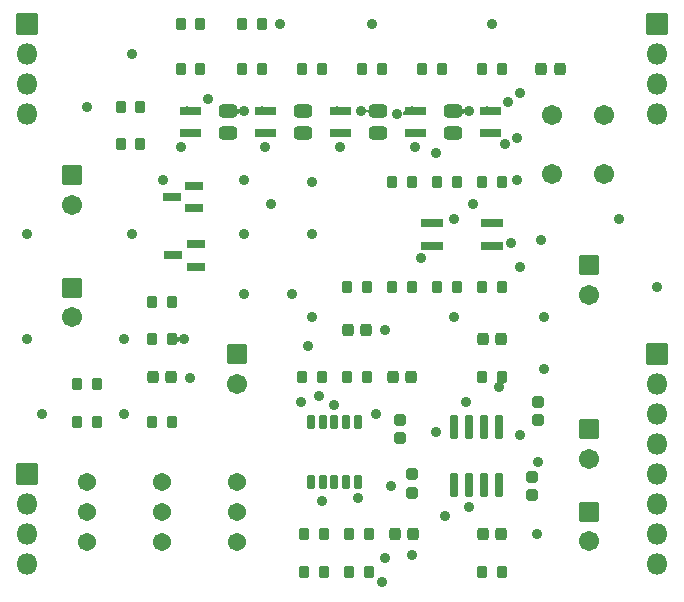
<source format=gbr>
%TF.GenerationSoftware,KiCad,Pcbnew,6.0.7-f9a2dced07~116~ubuntu22.04.1*%
%TF.CreationDate,2022-07-29T17:46:26-04:00*%
%TF.ProjectId,minimoog_LPF,6d696e69-6d6f-46f6-975f-4c50462e6b69,0.1*%
%TF.SameCoordinates,Original*%
%TF.FileFunction,Soldermask,Top*%
%TF.FilePolarity,Negative*%
%FSLAX46Y46*%
G04 Gerber Fmt 4.6, Leading zero omitted, Abs format (unit mm)*
G04 Created by KiCad (PCBNEW 6.0.7-f9a2dced07~116~ubuntu22.04.1) date 2022-07-29 17:46:26*
%MOMM*%
%LPD*%
G01*
G04 APERTURE LIST*
G04 Aperture macros list*
%AMRoundRect*
0 Rectangle with rounded corners*
0 $1 Rounding radius*
0 $2 $3 $4 $5 $6 $7 $8 $9 X,Y pos of 4 corners*
0 Add a 4 corners polygon primitive as box body*
4,1,4,$2,$3,$4,$5,$6,$7,$8,$9,$2,$3,0*
0 Add four circle primitives for the rounded corners*
1,1,$1+$1,$2,$3*
1,1,$1+$1,$4,$5*
1,1,$1+$1,$6,$7*
1,1,$1+$1,$8,$9*
0 Add four rect primitives between the rounded corners*
20,1,$1+$1,$2,$3,$4,$5,0*
20,1,$1+$1,$4,$5,$6,$7,0*
20,1,$1+$1,$6,$7,$8,$9,0*
20,1,$1+$1,$8,$9,$2,$3,0*%
G04 Aperture macros list end*
%ADD10RoundRect,0.051000X-0.800000X0.800000X-0.800000X-0.800000X0.800000X-0.800000X0.800000X0.800000X0*%
%ADD11C,1.702000*%
%ADD12RoundRect,0.276000X-0.250000X0.225000X-0.250000X-0.225000X0.250000X-0.225000X0.250000X0.225000X0*%
%ADD13RoundRect,0.276000X0.225000X0.250000X-0.225000X0.250000X-0.225000X-0.250000X0.225000X-0.250000X0*%
%ADD14RoundRect,0.251000X-0.200000X-0.275000X0.200000X-0.275000X0.200000X0.275000X-0.200000X0.275000X0*%
%ADD15RoundRect,0.051000X-0.200000X0.325000X-0.200000X-0.325000X0.200000X-0.325000X0.200000X0.325000X0*%
%ADD16RoundRect,0.251000X0.200000X0.275000X-0.200000X0.275000X-0.200000X-0.275000X0.200000X-0.275000X0*%
%ADD17RoundRect,0.201000X-0.150000X0.825000X-0.150000X-0.825000X0.150000X-0.825000X0.150000X0.825000X0*%
%ADD18C,1.542000*%
%ADD19RoundRect,0.276000X-0.225000X-0.250000X0.225000X-0.250000X0.225000X0.250000X-0.225000X0.250000X0*%
%ADD20RoundRect,0.301000X-0.475000X0.250000X-0.475000X-0.250000X0.475000X-0.250000X0.475000X0.250000X0*%
%ADD21RoundRect,0.201000X0.587500X0.150000X-0.587500X0.150000X-0.587500X-0.150000X0.587500X-0.150000X0*%
%ADD22RoundRect,0.301000X0.475000X-0.250000X0.475000X0.250000X-0.475000X0.250000X-0.475000X-0.250000X0*%
%ADD23RoundRect,0.051000X-0.255000X0.550000X-0.255000X-0.550000X0.255000X-0.550000X0.255000X0.550000X0*%
%ADD24RoundRect,0.051000X0.850000X0.850000X-0.850000X0.850000X-0.850000X-0.850000X0.850000X-0.850000X0*%
%ADD25O,1.802000X1.802000*%
%ADD26C,0.902000*%
G04 APERTURE END LIST*
D10*
%TO.C,C8*%
X140335000Y-104140000D03*
D11*
X140335000Y-106640000D03*
%TD*%
D12*
%TO.C,C16*%
X165862000Y-108191000D03*
X165862000Y-109741000D03*
%TD*%
D13*
%TO.C,C23*%
X162700000Y-119380000D03*
X161150000Y-119380000D03*
%TD*%
D14*
%TO.C,R2*%
X126810000Y-106680000D03*
X128460000Y-106680000D03*
%TD*%
D15*
%TO.C,Q9*%
X157495000Y-93030000D03*
X156845000Y-93030000D03*
X156195000Y-93030000D03*
X156195000Y-94930000D03*
X156845000Y-94930000D03*
X157495000Y-94930000D03*
%TD*%
D10*
%TO.C,C11*%
X170180000Y-96607621D03*
D11*
X170180000Y-99107621D03*
%TD*%
D16*
%TO.C,R7*%
X142430000Y-80010000D03*
X140780000Y-80010000D03*
%TD*%
D17*
%TO.C,U1*%
X162560000Y-110270000D03*
X161290000Y-110270000D03*
X160020000Y-110270000D03*
X158750000Y-110270000D03*
X158750000Y-115220000D03*
X160020000Y-115220000D03*
X161290000Y-115220000D03*
X162560000Y-115220000D03*
%TD*%
D15*
%TO.C,Q5*%
X149748000Y-83505000D03*
X149098000Y-83505000D03*
X148448000Y-83505000D03*
X148448000Y-85405000D03*
X149098000Y-85405000D03*
X149748000Y-85405000D03*
%TD*%
D10*
%TO.C,C7*%
X126365000Y-98512621D03*
D11*
X126365000Y-101012621D03*
%TD*%
D12*
%TO.C,C17*%
X165354000Y-114541000D03*
X165354000Y-116091000D03*
%TD*%
D16*
%TO.C,R16*%
X158940000Y-89535000D03*
X157290000Y-89535000D03*
%TD*%
D18*
%TO.C,RV1*%
X127635000Y-120015000D03*
X127635000Y-117475000D03*
X127635000Y-114935000D03*
%TD*%
D14*
%TO.C,R4*%
X133160000Y-102870000D03*
X134810000Y-102870000D03*
%TD*%
D12*
%TO.C,C18*%
X154178000Y-109715000D03*
X154178000Y-111265000D03*
%TD*%
D16*
%TO.C,R22*%
X158940000Y-98425000D03*
X157290000Y-98425000D03*
%TD*%
D11*
%TO.C,C9*%
X171450000Y-83860000D03*
X171450000Y-88860000D03*
%TD*%
D10*
%TO.C,C2*%
X126365000Y-88987621D03*
D11*
X126365000Y-91487621D03*
%TD*%
D19*
%TO.C,C22*%
X153530000Y-106045000D03*
X155080000Y-106045000D03*
%TD*%
D16*
%TO.C,R18*%
X162750000Y-98425000D03*
X161100000Y-98425000D03*
%TD*%
D15*
%TO.C,Q4*%
X143398000Y-83505000D03*
X142748000Y-83505000D03*
X142098000Y-83505000D03*
X142098000Y-85405000D03*
X142748000Y-85405000D03*
X143398000Y-85405000D03*
%TD*%
D16*
%TO.C,R20*%
X162750000Y-89535000D03*
X161100000Y-89535000D03*
%TD*%
D20*
%TO.C,C6*%
X158623000Y-83505000D03*
X158623000Y-85405000D03*
%TD*%
D14*
%TO.C,R30*%
X161100000Y-122555000D03*
X162750000Y-122555000D03*
%TD*%
%TO.C,R6*%
X135573000Y-80010000D03*
X137223000Y-80010000D03*
%TD*%
D21*
%TO.C,Q1*%
X136827500Y-96708000D03*
X136827500Y-94808000D03*
X134952500Y-95758000D03*
%TD*%
D16*
%TO.C,R28*%
X147510000Y-106045000D03*
X145860000Y-106045000D03*
%TD*%
D12*
%TO.C,C15*%
X155194000Y-114300000D03*
X155194000Y-115850000D03*
%TD*%
D10*
%TO.C,C13*%
X170180000Y-117475000D03*
D11*
X170180000Y-119975000D03*
%TD*%
D10*
%TO.C,C14*%
X170180000Y-110490000D03*
D11*
X170180000Y-112990000D03*
%TD*%
D16*
%TO.C,R1*%
X128460000Y-109855000D03*
X126810000Y-109855000D03*
%TD*%
D15*
%TO.C,Q7*%
X162448000Y-83505000D03*
X161798000Y-83505000D03*
X161148000Y-83505000D03*
X161148000Y-85405000D03*
X161798000Y-85405000D03*
X162448000Y-85405000D03*
%TD*%
D14*
%TO.C,R19*%
X149670000Y-98425000D03*
X151320000Y-98425000D03*
%TD*%
%TO.C,R15*%
X140780000Y-76200000D03*
X142430000Y-76200000D03*
%TD*%
D18*
%TO.C,RV2*%
X133985000Y-120015000D03*
X133985000Y-117475000D03*
X133985000Y-114935000D03*
%TD*%
D22*
%TO.C,C5*%
X152273000Y-85405000D03*
X152273000Y-83505000D03*
%TD*%
D21*
%TO.C,Q2*%
X136700500Y-91755000D03*
X136700500Y-89855000D03*
X134825500Y-90805000D03*
%TD*%
D16*
%TO.C,R26*%
X147695000Y-122555000D03*
X146045000Y-122555000D03*
%TD*%
D14*
%TO.C,R25*%
X149855000Y-119380000D03*
X151505000Y-119380000D03*
%TD*%
D16*
%TO.C,R27*%
X147695000Y-119380000D03*
X146045000Y-119380000D03*
%TD*%
%TO.C,R23*%
X162750000Y-106045000D03*
X161100000Y-106045000D03*
%TD*%
D18*
%TO.C,RV3*%
X140335000Y-120015000D03*
X140335000Y-117475000D03*
X140335000Y-114935000D03*
%TD*%
D14*
%TO.C,R14*%
X130493000Y-83185000D03*
X132143000Y-83185000D03*
%TD*%
D16*
%TO.C,R21*%
X155130000Y-98425000D03*
X153480000Y-98425000D03*
%TD*%
D15*
%TO.C,Q3*%
X137048000Y-83505000D03*
X136398000Y-83505000D03*
X135748000Y-83505000D03*
X135748000Y-85405000D03*
X136398000Y-85405000D03*
X137048000Y-85405000D03*
%TD*%
D16*
%TO.C,R9*%
X152590000Y-80010000D03*
X150940000Y-80010000D03*
%TD*%
%TO.C,R17*%
X155130000Y-89535000D03*
X153480000Y-89535000D03*
%TD*%
D23*
%TO.C,U2*%
X150590000Y-109845000D03*
X149590000Y-109845000D03*
X148590000Y-109845000D03*
X147590000Y-109845000D03*
X146590000Y-109845000D03*
X146590000Y-114945000D03*
X147590000Y-114945000D03*
X148590000Y-114945000D03*
X149590000Y-114945000D03*
X150590000Y-114945000D03*
%TD*%
D13*
%TO.C,C1*%
X134760000Y-106045000D03*
X133210000Y-106045000D03*
%TD*%
D11*
%TO.C,C10*%
X167005000Y-83860000D03*
X167005000Y-88860000D03*
%TD*%
D16*
%TO.C,R11*%
X162750000Y-80010000D03*
X161100000Y-80010000D03*
%TD*%
D14*
%TO.C,R3*%
X133160000Y-99695000D03*
X134810000Y-99695000D03*
%TD*%
%TO.C,R5*%
X135573000Y-76200000D03*
X137223000Y-76200000D03*
%TD*%
%TO.C,R12*%
X133160000Y-109855000D03*
X134810000Y-109855000D03*
%TD*%
D16*
%TO.C,R13*%
X132143000Y-86360000D03*
X130493000Y-86360000D03*
%TD*%
D14*
%TO.C,R29*%
X149670000Y-106045000D03*
X151320000Y-106045000D03*
%TD*%
D19*
%TO.C,C21*%
X153715000Y-119380000D03*
X155265000Y-119380000D03*
%TD*%
D15*
%TO.C,Q8*%
X162575000Y-93030000D03*
X161925000Y-93030000D03*
X161275000Y-93030000D03*
X161275000Y-94930000D03*
X161925000Y-94930000D03*
X162575000Y-94930000D03*
%TD*%
D13*
%TO.C,C12*%
X162700000Y-102870000D03*
X161150000Y-102870000D03*
%TD*%
D16*
%TO.C,R24*%
X151505000Y-122555000D03*
X149855000Y-122555000D03*
%TD*%
D13*
%TO.C,C20*%
X151270000Y-102108000D03*
X149720000Y-102108000D03*
%TD*%
D22*
%TO.C,C3*%
X139573000Y-85405000D03*
X139573000Y-83505000D03*
%TD*%
D15*
%TO.C,Q6*%
X156098000Y-83505000D03*
X155448000Y-83505000D03*
X154798000Y-83505000D03*
X154798000Y-85405000D03*
X155448000Y-85405000D03*
X156098000Y-85405000D03*
%TD*%
D19*
%TO.C,C19*%
X166103000Y-80010000D03*
X167653000Y-80010000D03*
%TD*%
D20*
%TO.C,C4*%
X145923000Y-83505000D03*
X145923000Y-85405000D03*
%TD*%
D16*
%TO.C,R8*%
X147510000Y-80010000D03*
X145860000Y-80010000D03*
%TD*%
%TO.C,R10*%
X157670000Y-80010000D03*
X156020000Y-80010000D03*
%TD*%
D24*
%TO.C,J1*%
X122555000Y-76200000D03*
D25*
X122555000Y-78740000D03*
X122555000Y-81280000D03*
X122555000Y-83820000D03*
%TD*%
D24*
%TO.C,J2*%
X122555000Y-114300000D03*
D25*
X122555000Y-116840000D03*
X122555000Y-119380000D03*
X122555000Y-121920000D03*
%TD*%
D24*
%TO.C,J3*%
X175895000Y-76200000D03*
D25*
X175895000Y-78740000D03*
X175895000Y-81280000D03*
X175895000Y-83820000D03*
%TD*%
D24*
%TO.C,J4*%
X175895000Y-104140000D03*
D25*
X175895000Y-106680000D03*
X175895000Y-109220000D03*
X175895000Y-111760000D03*
X175895000Y-114300000D03*
X175895000Y-116840000D03*
X175895000Y-119380000D03*
X175895000Y-121920000D03*
%TD*%
D26*
X146685000Y-93980000D03*
X145796000Y-108204000D03*
X165735000Y-119380000D03*
X175895000Y-98425000D03*
X151765000Y-76200000D03*
X172720000Y-92710000D03*
X122555000Y-93980000D03*
X122555000Y-102870000D03*
X131445000Y-93980000D03*
X152146000Y-109220000D03*
X153416000Y-115316000D03*
X146685000Y-100965000D03*
X131445000Y-78740000D03*
X130810000Y-102870000D03*
X134112000Y-89408000D03*
X161925000Y-76200000D03*
X157988000Y-117856000D03*
X155194000Y-121158000D03*
X166370000Y-105410000D03*
X159766000Y-108204000D03*
X140970000Y-93980000D03*
X127635000Y-83185000D03*
X152908000Y-102108000D03*
X140970000Y-89408000D03*
X146685000Y-89535000D03*
X140970000Y-99060000D03*
X166370000Y-100965000D03*
X123825000Y-109220000D03*
X158750000Y-100965000D03*
X157226000Y-87122000D03*
X136398000Y-106172000D03*
X166116000Y-94488000D03*
X130810000Y-109220000D03*
X144018000Y-76200000D03*
X160020000Y-83566000D03*
X152654000Y-123444000D03*
X152908000Y-121412000D03*
X164084000Y-85852000D03*
X164338000Y-96774000D03*
X165862000Y-113284000D03*
X164084000Y-89408000D03*
X164338000Y-82042000D03*
X164338000Y-110998000D03*
X135890000Y-102870000D03*
X146335500Y-103409500D03*
X143256000Y-91440000D03*
X162560000Y-106934000D03*
X145034000Y-99060000D03*
X147320000Y-107696000D03*
X147574000Y-116586000D03*
X163576000Y-94742000D03*
X160289000Y-91425000D03*
X150622000Y-116332000D03*
X148590000Y-108458000D03*
X157226000Y-110744000D03*
X160020000Y-117094000D03*
X140970000Y-83566000D03*
X142748000Y-86614000D03*
X150844000Y-83534000D03*
X149098000Y-86614000D03*
X137922000Y-82550000D03*
X135636000Y-86614000D03*
X155448000Y-86614000D03*
X153924000Y-83756000D03*
X163322000Y-82791500D03*
X163068000Y-86360000D03*
X158750000Y-92710000D03*
X155956000Y-96012000D03*
G36*
X163030033Y-106554061D02*
G01*
X163030423Y-106556023D01*
X163029410Y-106557175D01*
X163016500Y-106563513D01*
X162965226Y-106610520D01*
X162947555Y-106677599D01*
X162956883Y-106721290D01*
X162966870Y-106745401D01*
X162966609Y-106747384D01*
X162964761Y-106748149D01*
X162963201Y-106746994D01*
X162938243Y-106692102D01*
X162855147Y-106595665D01*
X162819683Y-106572678D01*
X162818774Y-106570897D01*
X162819861Y-106569219D01*
X162820771Y-106569000D01*
X162949801Y-106569000D01*
X163028139Y-106553418D01*
X163030033Y-106554061D01*
G37*
G36*
X135262979Y-102603843D02*
G01*
X135264205Y-102612198D01*
X135293285Y-102675385D01*
X135351659Y-102712658D01*
X135420917Y-102712456D01*
X135479182Y-102674769D01*
X135496019Y-102647425D01*
X135496135Y-102647256D01*
X135504079Y-102636904D01*
X135505927Y-102636139D01*
X135507514Y-102637357D01*
X135507476Y-102638972D01*
X135460639Y-102738730D01*
X135441054Y-102864515D01*
X135457560Y-102990739D01*
X135504242Y-103096833D01*
X135504024Y-103098821D01*
X135502193Y-103099626D01*
X135500824Y-103098856D01*
X135489681Y-103084334D01*
X135488637Y-103084471D01*
X135487846Y-103083878D01*
X135456042Y-103044415D01*
X135390326Y-103022545D01*
X135323220Y-103039675D01*
X135275936Y-103090465D01*
X135264209Y-103127785D01*
X135262979Y-103136215D01*
X135261739Y-103137784D01*
X135259760Y-103137496D01*
X135259000Y-103135926D01*
X135259000Y-102604133D01*
X135260000Y-102602401D01*
X135262000Y-102602401D01*
X135262979Y-102603843D01*
G37*
G36*
X156435660Y-94572493D02*
G01*
X156449452Y-94581709D01*
X156450615Y-94579969D01*
X156452409Y-94579084D01*
X156453560Y-94579545D01*
X156470952Y-94594078D01*
X156539670Y-94602704D01*
X156587288Y-94579918D01*
X156589282Y-94580072D01*
X156589814Y-94580611D01*
X156590548Y-94581709D01*
X156604340Y-94572493D01*
X156606336Y-94572362D01*
X156607447Y-94574025D01*
X156607114Y-94575267D01*
X156599767Y-94586262D01*
X156596000Y-94605199D01*
X156596000Y-95254801D01*
X156599767Y-95273738D01*
X156607114Y-95284733D01*
X156607245Y-95286729D01*
X156605582Y-95287840D01*
X156604340Y-95287507D01*
X156590548Y-95278291D01*
X156589385Y-95280031D01*
X156587591Y-95280916D01*
X156586440Y-95280455D01*
X156569048Y-95265922D01*
X156500330Y-95257296D01*
X156452712Y-95280082D01*
X156450718Y-95279928D01*
X156450186Y-95279389D01*
X156449452Y-95278291D01*
X156435660Y-95287507D01*
X156433664Y-95287638D01*
X156432553Y-95285975D01*
X156432886Y-95284733D01*
X156440233Y-95273738D01*
X156444000Y-95254801D01*
X156444000Y-94605199D01*
X156440233Y-94586262D01*
X156432886Y-94575267D01*
X156432755Y-94573271D01*
X156434418Y-94572160D01*
X156435660Y-94572493D01*
G37*
G36*
X162165660Y-94572493D02*
G01*
X162179452Y-94581709D01*
X162180615Y-94579969D01*
X162182409Y-94579084D01*
X162183560Y-94579545D01*
X162200952Y-94594078D01*
X162269670Y-94602704D01*
X162317288Y-94579918D01*
X162319282Y-94580072D01*
X162319814Y-94580611D01*
X162320548Y-94581709D01*
X162334340Y-94572493D01*
X162336336Y-94572362D01*
X162337447Y-94574025D01*
X162337114Y-94575267D01*
X162329767Y-94586262D01*
X162326000Y-94605199D01*
X162326000Y-95254801D01*
X162329767Y-95273738D01*
X162337114Y-95284733D01*
X162337245Y-95286729D01*
X162335582Y-95287840D01*
X162334340Y-95287507D01*
X162320548Y-95278291D01*
X162319385Y-95280031D01*
X162317591Y-95280916D01*
X162316440Y-95280455D01*
X162299048Y-95265922D01*
X162230330Y-95257296D01*
X162182712Y-95280082D01*
X162180718Y-95279928D01*
X162180186Y-95279389D01*
X162179452Y-95278291D01*
X162165660Y-95287507D01*
X162163664Y-95287638D01*
X162162553Y-95285975D01*
X162162886Y-95284733D01*
X162170233Y-95273738D01*
X162174000Y-95254801D01*
X162174000Y-94605199D01*
X162170233Y-94586262D01*
X162162886Y-94575267D01*
X162162755Y-94573271D01*
X162164418Y-94572160D01*
X162165660Y-94572493D01*
G37*
G36*
X161515660Y-94572493D02*
G01*
X161529452Y-94581709D01*
X161530615Y-94579969D01*
X161532409Y-94579084D01*
X161533560Y-94579545D01*
X161550952Y-94594078D01*
X161619670Y-94602704D01*
X161667288Y-94579918D01*
X161669282Y-94580072D01*
X161669814Y-94580611D01*
X161670548Y-94581709D01*
X161684340Y-94572493D01*
X161686336Y-94572362D01*
X161687447Y-94574025D01*
X161687114Y-94575267D01*
X161679767Y-94586262D01*
X161676000Y-94605199D01*
X161676000Y-95254801D01*
X161679767Y-95273738D01*
X161687114Y-95284733D01*
X161687245Y-95286729D01*
X161685582Y-95287840D01*
X161684340Y-95287507D01*
X161670548Y-95278291D01*
X161669385Y-95280031D01*
X161667591Y-95280916D01*
X161666440Y-95280455D01*
X161649048Y-95265922D01*
X161580330Y-95257296D01*
X161532712Y-95280082D01*
X161530718Y-95279928D01*
X161530186Y-95279389D01*
X161529452Y-95278291D01*
X161515660Y-95287507D01*
X161513664Y-95287638D01*
X161512553Y-95285975D01*
X161512886Y-95284733D01*
X161520233Y-95273738D01*
X161524000Y-95254801D01*
X161524000Y-94605199D01*
X161520233Y-94586262D01*
X161512886Y-94575267D01*
X161512755Y-94573271D01*
X161514418Y-94572160D01*
X161515660Y-94572493D01*
G37*
G36*
X157085660Y-94572493D02*
G01*
X157099452Y-94581709D01*
X157100615Y-94579969D01*
X157102409Y-94579084D01*
X157103560Y-94579545D01*
X157120952Y-94594078D01*
X157189670Y-94602704D01*
X157237288Y-94579918D01*
X157239282Y-94580072D01*
X157239814Y-94580611D01*
X157240548Y-94581709D01*
X157254340Y-94572493D01*
X157256336Y-94572362D01*
X157257447Y-94574025D01*
X157257114Y-94575267D01*
X157249767Y-94586262D01*
X157246000Y-94605199D01*
X157246000Y-95254801D01*
X157249767Y-95273738D01*
X157257114Y-95284733D01*
X157257245Y-95286729D01*
X157255582Y-95287840D01*
X157254340Y-95287507D01*
X157240548Y-95278291D01*
X157239385Y-95280031D01*
X157237591Y-95280916D01*
X157236440Y-95280455D01*
X157219048Y-95265922D01*
X157150330Y-95257296D01*
X157102712Y-95280082D01*
X157100718Y-95279928D01*
X157100186Y-95279389D01*
X157099452Y-95278291D01*
X157085660Y-95287507D01*
X157083664Y-95287638D01*
X157082553Y-95285975D01*
X157082886Y-95284733D01*
X157090233Y-95273738D01*
X157094000Y-95254801D01*
X157094000Y-94605199D01*
X157090233Y-94586262D01*
X157082886Y-94575267D01*
X157082755Y-94573271D01*
X157084418Y-94572160D01*
X157085660Y-94572493D01*
G37*
G36*
X156435660Y-92672493D02*
G01*
X156449452Y-92681709D01*
X156450615Y-92679969D01*
X156452409Y-92679084D01*
X156453560Y-92679545D01*
X156470952Y-92694078D01*
X156539670Y-92702704D01*
X156587288Y-92679918D01*
X156589282Y-92680072D01*
X156589814Y-92680611D01*
X156590548Y-92681709D01*
X156604340Y-92672493D01*
X156606336Y-92672362D01*
X156607447Y-92674025D01*
X156607114Y-92675267D01*
X156599767Y-92686262D01*
X156596000Y-92705199D01*
X156596000Y-93354801D01*
X156599767Y-93373738D01*
X156607114Y-93384733D01*
X156607245Y-93386729D01*
X156605582Y-93387840D01*
X156604340Y-93387507D01*
X156590548Y-93378291D01*
X156589385Y-93380031D01*
X156587591Y-93380916D01*
X156586440Y-93380455D01*
X156569048Y-93365922D01*
X156500330Y-93357296D01*
X156452712Y-93380082D01*
X156450718Y-93379928D01*
X156450186Y-93379389D01*
X156449452Y-93378291D01*
X156435660Y-93387507D01*
X156433664Y-93387638D01*
X156432553Y-93385975D01*
X156432886Y-93384733D01*
X156440233Y-93373738D01*
X156444000Y-93354801D01*
X156444000Y-92705199D01*
X156440233Y-92686262D01*
X156432886Y-92675267D01*
X156432755Y-92673271D01*
X156434418Y-92672160D01*
X156435660Y-92672493D01*
G37*
G36*
X161515660Y-92672493D02*
G01*
X161529452Y-92681709D01*
X161530615Y-92679969D01*
X161532409Y-92679084D01*
X161533560Y-92679545D01*
X161550952Y-92694078D01*
X161619670Y-92702704D01*
X161667288Y-92679918D01*
X161669282Y-92680072D01*
X161669814Y-92680611D01*
X161670548Y-92681709D01*
X161684340Y-92672493D01*
X161686336Y-92672362D01*
X161687447Y-92674025D01*
X161687114Y-92675267D01*
X161679767Y-92686262D01*
X161676000Y-92705199D01*
X161676000Y-93354801D01*
X161679767Y-93373738D01*
X161687114Y-93384733D01*
X161687245Y-93386729D01*
X161685582Y-93387840D01*
X161684340Y-93387507D01*
X161670548Y-93378291D01*
X161669385Y-93380031D01*
X161667591Y-93380916D01*
X161666440Y-93380455D01*
X161649048Y-93365922D01*
X161580330Y-93357296D01*
X161532712Y-93380082D01*
X161530718Y-93379928D01*
X161530186Y-93379389D01*
X161529452Y-93378291D01*
X161515660Y-93387507D01*
X161513664Y-93387638D01*
X161512553Y-93385975D01*
X161512886Y-93384733D01*
X161520233Y-93373738D01*
X161524000Y-93354801D01*
X161524000Y-92705199D01*
X161520233Y-92686262D01*
X161512886Y-92675267D01*
X161512755Y-92673271D01*
X161514418Y-92672160D01*
X161515660Y-92672493D01*
G37*
G36*
X157085660Y-92672493D02*
G01*
X157099452Y-92681709D01*
X157100615Y-92679969D01*
X157102409Y-92679084D01*
X157103560Y-92679545D01*
X157120952Y-92694078D01*
X157189670Y-92702704D01*
X157237288Y-92679918D01*
X157239282Y-92680072D01*
X157239814Y-92680611D01*
X157240548Y-92681709D01*
X157254340Y-92672493D01*
X157256336Y-92672362D01*
X157257447Y-92674025D01*
X157257114Y-92675267D01*
X157249767Y-92686262D01*
X157246000Y-92705199D01*
X157246000Y-93354801D01*
X157249767Y-93373738D01*
X157257114Y-93384733D01*
X157257245Y-93386729D01*
X157255582Y-93387840D01*
X157254340Y-93387507D01*
X157240548Y-93378291D01*
X157239385Y-93380031D01*
X157237591Y-93380916D01*
X157236440Y-93380455D01*
X157219048Y-93365922D01*
X157150330Y-93357296D01*
X157102712Y-93380082D01*
X157100718Y-93379928D01*
X157100186Y-93379389D01*
X157099452Y-93378291D01*
X157085660Y-93387507D01*
X157083664Y-93387638D01*
X157082553Y-93385975D01*
X157082886Y-93384733D01*
X157090233Y-93373738D01*
X157094000Y-93354801D01*
X157094000Y-92705199D01*
X157090233Y-92686262D01*
X157082886Y-92675267D01*
X157082755Y-92673271D01*
X157084418Y-92672160D01*
X157085660Y-92672493D01*
G37*
G36*
X162165660Y-92672493D02*
G01*
X162179452Y-92681709D01*
X162180615Y-92679969D01*
X162182409Y-92679084D01*
X162183560Y-92679545D01*
X162200952Y-92694078D01*
X162269670Y-92702704D01*
X162317288Y-92679918D01*
X162319282Y-92680072D01*
X162319814Y-92680611D01*
X162320548Y-92681709D01*
X162334340Y-92672493D01*
X162336336Y-92672362D01*
X162337447Y-92674025D01*
X162337114Y-92675267D01*
X162329767Y-92686262D01*
X162326000Y-92705199D01*
X162326000Y-93354801D01*
X162329767Y-93373738D01*
X162337114Y-93384733D01*
X162337245Y-93386729D01*
X162335582Y-93387840D01*
X162334340Y-93387507D01*
X162320548Y-93378291D01*
X162319385Y-93380031D01*
X162317591Y-93380916D01*
X162316440Y-93380455D01*
X162299048Y-93365922D01*
X162230330Y-93357296D01*
X162182712Y-93380082D01*
X162180718Y-93379928D01*
X162180186Y-93379389D01*
X162179452Y-93378291D01*
X162165660Y-93387507D01*
X162163664Y-93387638D01*
X162162553Y-93385975D01*
X162162886Y-93384733D01*
X162170233Y-93373738D01*
X162174000Y-93354801D01*
X162174000Y-92705199D01*
X162170233Y-92686262D01*
X162162886Y-92675267D01*
X162162755Y-92673271D01*
X162164418Y-92672160D01*
X162165660Y-92672493D01*
G37*
G36*
X155688660Y-85047493D02*
G01*
X155702452Y-85056709D01*
X155703615Y-85054969D01*
X155705409Y-85054084D01*
X155706560Y-85054545D01*
X155723952Y-85069078D01*
X155792670Y-85077704D01*
X155840288Y-85054918D01*
X155842282Y-85055072D01*
X155842814Y-85055611D01*
X155843548Y-85056709D01*
X155857340Y-85047493D01*
X155859336Y-85047362D01*
X155860447Y-85049025D01*
X155860114Y-85050267D01*
X155852767Y-85061262D01*
X155849000Y-85080199D01*
X155849000Y-85729801D01*
X155852767Y-85748738D01*
X155860114Y-85759733D01*
X155860245Y-85761729D01*
X155858582Y-85762840D01*
X155857340Y-85762507D01*
X155843548Y-85753291D01*
X155842385Y-85755031D01*
X155840591Y-85755916D01*
X155839440Y-85755455D01*
X155822048Y-85740922D01*
X155753330Y-85732296D01*
X155705712Y-85755082D01*
X155703718Y-85754928D01*
X155703186Y-85754389D01*
X155702452Y-85753291D01*
X155688660Y-85762507D01*
X155686664Y-85762638D01*
X155685553Y-85760975D01*
X155685886Y-85759733D01*
X155693233Y-85748738D01*
X155697000Y-85729801D01*
X155697000Y-85080199D01*
X155693233Y-85061262D01*
X155685886Y-85050267D01*
X155685755Y-85048271D01*
X155687418Y-85047160D01*
X155688660Y-85047493D01*
G37*
G36*
X155038660Y-85047493D02*
G01*
X155052452Y-85056709D01*
X155053615Y-85054969D01*
X155055409Y-85054084D01*
X155056560Y-85054545D01*
X155073952Y-85069078D01*
X155142670Y-85077704D01*
X155190288Y-85054918D01*
X155192282Y-85055072D01*
X155192814Y-85055611D01*
X155193548Y-85056709D01*
X155207340Y-85047493D01*
X155209336Y-85047362D01*
X155210447Y-85049025D01*
X155210114Y-85050267D01*
X155202767Y-85061262D01*
X155199000Y-85080199D01*
X155199000Y-85729801D01*
X155202767Y-85748738D01*
X155210114Y-85759733D01*
X155210245Y-85761729D01*
X155208582Y-85762840D01*
X155207340Y-85762507D01*
X155193548Y-85753291D01*
X155192385Y-85755031D01*
X155190591Y-85755916D01*
X155189440Y-85755455D01*
X155172048Y-85740922D01*
X155103330Y-85732296D01*
X155055712Y-85755082D01*
X155053718Y-85754928D01*
X155053186Y-85754389D01*
X155052452Y-85753291D01*
X155038660Y-85762507D01*
X155036664Y-85762638D01*
X155035553Y-85760975D01*
X155035886Y-85759733D01*
X155043233Y-85748738D01*
X155047000Y-85729801D01*
X155047000Y-85080199D01*
X155043233Y-85061262D01*
X155035886Y-85050267D01*
X155035755Y-85048271D01*
X155037418Y-85047160D01*
X155038660Y-85047493D01*
G37*
G36*
X149338660Y-85047493D02*
G01*
X149352452Y-85056709D01*
X149353615Y-85054969D01*
X149355409Y-85054084D01*
X149356560Y-85054545D01*
X149373952Y-85069078D01*
X149442670Y-85077704D01*
X149490288Y-85054918D01*
X149492282Y-85055072D01*
X149492814Y-85055611D01*
X149493548Y-85056709D01*
X149507340Y-85047493D01*
X149509336Y-85047362D01*
X149510447Y-85049025D01*
X149510114Y-85050267D01*
X149502767Y-85061262D01*
X149499000Y-85080199D01*
X149499000Y-85729801D01*
X149502767Y-85748738D01*
X149510114Y-85759733D01*
X149510245Y-85761729D01*
X149508582Y-85762840D01*
X149507340Y-85762507D01*
X149493548Y-85753291D01*
X149492385Y-85755031D01*
X149490591Y-85755916D01*
X149489440Y-85755455D01*
X149472048Y-85740922D01*
X149403330Y-85732296D01*
X149355712Y-85755082D01*
X149353718Y-85754928D01*
X149353186Y-85754389D01*
X149352452Y-85753291D01*
X149338660Y-85762507D01*
X149336664Y-85762638D01*
X149335553Y-85760975D01*
X149335886Y-85759733D01*
X149343233Y-85748738D01*
X149347000Y-85729801D01*
X149347000Y-85080199D01*
X149343233Y-85061262D01*
X149335886Y-85050267D01*
X149335755Y-85048271D01*
X149337418Y-85047160D01*
X149338660Y-85047493D01*
G37*
G36*
X142988660Y-85047493D02*
G01*
X143002452Y-85056709D01*
X143003615Y-85054969D01*
X143005409Y-85054084D01*
X143006560Y-85054545D01*
X143023952Y-85069078D01*
X143092670Y-85077704D01*
X143140288Y-85054918D01*
X143142282Y-85055072D01*
X143142814Y-85055611D01*
X143143548Y-85056709D01*
X143157340Y-85047493D01*
X143159336Y-85047362D01*
X143160447Y-85049025D01*
X143160114Y-85050267D01*
X143152767Y-85061262D01*
X143149000Y-85080199D01*
X143149000Y-85729801D01*
X143152767Y-85748738D01*
X143160114Y-85759733D01*
X143160245Y-85761729D01*
X143158582Y-85762840D01*
X143157340Y-85762507D01*
X143143548Y-85753291D01*
X143142385Y-85755031D01*
X143140591Y-85755916D01*
X143139440Y-85755455D01*
X143122048Y-85740922D01*
X143053330Y-85732296D01*
X143005712Y-85755082D01*
X143003718Y-85754928D01*
X143003186Y-85754389D01*
X143002452Y-85753291D01*
X142988660Y-85762507D01*
X142986664Y-85762638D01*
X142985553Y-85760975D01*
X142985886Y-85759733D01*
X142993233Y-85748738D01*
X142997000Y-85729801D01*
X142997000Y-85080199D01*
X142993233Y-85061262D01*
X142985886Y-85050267D01*
X142985755Y-85048271D01*
X142987418Y-85047160D01*
X142988660Y-85047493D01*
G37*
G36*
X161388660Y-85047493D02*
G01*
X161402452Y-85056709D01*
X161403615Y-85054969D01*
X161405409Y-85054084D01*
X161406560Y-85054545D01*
X161423952Y-85069078D01*
X161492670Y-85077704D01*
X161540288Y-85054918D01*
X161542282Y-85055072D01*
X161542814Y-85055611D01*
X161543548Y-85056709D01*
X161557340Y-85047493D01*
X161559336Y-85047362D01*
X161560447Y-85049025D01*
X161560114Y-85050267D01*
X161552767Y-85061262D01*
X161549000Y-85080199D01*
X161549000Y-85729801D01*
X161552767Y-85748738D01*
X161560114Y-85759733D01*
X161560245Y-85761729D01*
X161558582Y-85762840D01*
X161557340Y-85762507D01*
X161543548Y-85753291D01*
X161542385Y-85755031D01*
X161540591Y-85755916D01*
X161539440Y-85755455D01*
X161522048Y-85740922D01*
X161453330Y-85732296D01*
X161405712Y-85755082D01*
X161403718Y-85754928D01*
X161403186Y-85754389D01*
X161402452Y-85753291D01*
X161388660Y-85762507D01*
X161386664Y-85762638D01*
X161385553Y-85760975D01*
X161385886Y-85759733D01*
X161393233Y-85748738D01*
X161397000Y-85729801D01*
X161397000Y-85080199D01*
X161393233Y-85061262D01*
X161385886Y-85050267D01*
X161385755Y-85048271D01*
X161387418Y-85047160D01*
X161388660Y-85047493D01*
G37*
G36*
X142338660Y-85047493D02*
G01*
X142352452Y-85056709D01*
X142353615Y-85054969D01*
X142355409Y-85054084D01*
X142356560Y-85054545D01*
X142373952Y-85069078D01*
X142442670Y-85077704D01*
X142490288Y-85054918D01*
X142492282Y-85055072D01*
X142492814Y-85055611D01*
X142493548Y-85056709D01*
X142507340Y-85047493D01*
X142509336Y-85047362D01*
X142510447Y-85049025D01*
X142510114Y-85050267D01*
X142502767Y-85061262D01*
X142499000Y-85080199D01*
X142499000Y-85729801D01*
X142502767Y-85748738D01*
X142510114Y-85759733D01*
X142510245Y-85761729D01*
X142508582Y-85762840D01*
X142507340Y-85762507D01*
X142493548Y-85753291D01*
X142492385Y-85755031D01*
X142490591Y-85755916D01*
X142489440Y-85755455D01*
X142472048Y-85740922D01*
X142403330Y-85732296D01*
X142355712Y-85755082D01*
X142353718Y-85754928D01*
X142353186Y-85754389D01*
X142352452Y-85753291D01*
X142338660Y-85762507D01*
X142336664Y-85762638D01*
X142335553Y-85760975D01*
X142335886Y-85759733D01*
X142343233Y-85748738D01*
X142347000Y-85729801D01*
X142347000Y-85080199D01*
X142343233Y-85061262D01*
X142335886Y-85050267D01*
X142335755Y-85048271D01*
X142337418Y-85047160D01*
X142338660Y-85047493D01*
G37*
G36*
X148688660Y-85047493D02*
G01*
X148702452Y-85056709D01*
X148703615Y-85054969D01*
X148705409Y-85054084D01*
X148706560Y-85054545D01*
X148723952Y-85069078D01*
X148792670Y-85077704D01*
X148840288Y-85054918D01*
X148842282Y-85055072D01*
X148842814Y-85055611D01*
X148843548Y-85056709D01*
X148857340Y-85047493D01*
X148859336Y-85047362D01*
X148860447Y-85049025D01*
X148860114Y-85050267D01*
X148852767Y-85061262D01*
X148849000Y-85080199D01*
X148849000Y-85729801D01*
X148852767Y-85748738D01*
X148860114Y-85759733D01*
X148860245Y-85761729D01*
X148858582Y-85762840D01*
X148857340Y-85762507D01*
X148843548Y-85753291D01*
X148842385Y-85755031D01*
X148840591Y-85755916D01*
X148839440Y-85755455D01*
X148822048Y-85740922D01*
X148753330Y-85732296D01*
X148705712Y-85755082D01*
X148703718Y-85754928D01*
X148703186Y-85754389D01*
X148702452Y-85753291D01*
X148688660Y-85762507D01*
X148686664Y-85762638D01*
X148685553Y-85760975D01*
X148685886Y-85759733D01*
X148693233Y-85748738D01*
X148697000Y-85729801D01*
X148697000Y-85080199D01*
X148693233Y-85061262D01*
X148685886Y-85050267D01*
X148685755Y-85048271D01*
X148687418Y-85047160D01*
X148688660Y-85047493D01*
G37*
G36*
X136638660Y-85047493D02*
G01*
X136652452Y-85056709D01*
X136653615Y-85054969D01*
X136655409Y-85054084D01*
X136656560Y-85054545D01*
X136673952Y-85069078D01*
X136742670Y-85077704D01*
X136790288Y-85054918D01*
X136792282Y-85055072D01*
X136792814Y-85055611D01*
X136793548Y-85056709D01*
X136807340Y-85047493D01*
X136809336Y-85047362D01*
X136810447Y-85049025D01*
X136810114Y-85050267D01*
X136802767Y-85061262D01*
X136799000Y-85080199D01*
X136799000Y-85729801D01*
X136802767Y-85748738D01*
X136810114Y-85759733D01*
X136810245Y-85761729D01*
X136808582Y-85762840D01*
X136807340Y-85762507D01*
X136793548Y-85753291D01*
X136792385Y-85755031D01*
X136790591Y-85755916D01*
X136789440Y-85755455D01*
X136772048Y-85740922D01*
X136703330Y-85732296D01*
X136655712Y-85755082D01*
X136653718Y-85754928D01*
X136653186Y-85754389D01*
X136652452Y-85753291D01*
X136638660Y-85762507D01*
X136636664Y-85762638D01*
X136635553Y-85760975D01*
X136635886Y-85759733D01*
X136643233Y-85748738D01*
X136647000Y-85729801D01*
X136647000Y-85080199D01*
X136643233Y-85061262D01*
X136635886Y-85050267D01*
X136635755Y-85048271D01*
X136637418Y-85047160D01*
X136638660Y-85047493D01*
G37*
G36*
X135988660Y-85047493D02*
G01*
X136002452Y-85056709D01*
X136003615Y-85054969D01*
X136005409Y-85054084D01*
X136006560Y-85054545D01*
X136023952Y-85069078D01*
X136092670Y-85077704D01*
X136140288Y-85054918D01*
X136142282Y-85055072D01*
X136142814Y-85055611D01*
X136143548Y-85056709D01*
X136157340Y-85047493D01*
X136159336Y-85047362D01*
X136160447Y-85049025D01*
X136160114Y-85050267D01*
X136152767Y-85061262D01*
X136149000Y-85080199D01*
X136149000Y-85729801D01*
X136152767Y-85748738D01*
X136160114Y-85759733D01*
X136160245Y-85761729D01*
X136158582Y-85762840D01*
X136157340Y-85762507D01*
X136143548Y-85753291D01*
X136142385Y-85755031D01*
X136140591Y-85755916D01*
X136139440Y-85755455D01*
X136122048Y-85740922D01*
X136053330Y-85732296D01*
X136005712Y-85755082D01*
X136003718Y-85754928D01*
X136003186Y-85754389D01*
X136002452Y-85753291D01*
X135988660Y-85762507D01*
X135986664Y-85762638D01*
X135985553Y-85760975D01*
X135985886Y-85759733D01*
X135993233Y-85748738D01*
X135997000Y-85729801D01*
X135997000Y-85080199D01*
X135993233Y-85061262D01*
X135985886Y-85050267D01*
X135985755Y-85048271D01*
X135987418Y-85047160D01*
X135988660Y-85047493D01*
G37*
G36*
X162038660Y-85047493D02*
G01*
X162052452Y-85056709D01*
X162053615Y-85054969D01*
X162055409Y-85054084D01*
X162056560Y-85054545D01*
X162073952Y-85069078D01*
X162142670Y-85077704D01*
X162190288Y-85054918D01*
X162192282Y-85055072D01*
X162192814Y-85055611D01*
X162193548Y-85056709D01*
X162207340Y-85047493D01*
X162209336Y-85047362D01*
X162210447Y-85049025D01*
X162210114Y-85050267D01*
X162202767Y-85061262D01*
X162199000Y-85080199D01*
X162199000Y-85729801D01*
X162202767Y-85748738D01*
X162210114Y-85759733D01*
X162210245Y-85761729D01*
X162208582Y-85762840D01*
X162207340Y-85762507D01*
X162193548Y-85753291D01*
X162192385Y-85755031D01*
X162190591Y-85755916D01*
X162189440Y-85755455D01*
X162172048Y-85740922D01*
X162103330Y-85732296D01*
X162055712Y-85755082D01*
X162053718Y-85754928D01*
X162053186Y-85754389D01*
X162052452Y-85753291D01*
X162038660Y-85762507D01*
X162036664Y-85762638D01*
X162035553Y-85760975D01*
X162035886Y-85759733D01*
X162043233Y-85748738D01*
X162047000Y-85729801D01*
X162047000Y-85080199D01*
X162043233Y-85061262D01*
X162035886Y-85050267D01*
X162035755Y-85048271D01*
X162037418Y-85047160D01*
X162038660Y-85047493D01*
G37*
G36*
X154548170Y-83465299D02*
G01*
X154549000Y-83466921D01*
X154549000Y-83829801D01*
X154552767Y-83848738D01*
X154560114Y-83859733D01*
X154560245Y-83861729D01*
X154558582Y-83862840D01*
X154557340Y-83862507D01*
X154541989Y-83852250D01*
X154541668Y-83852120D01*
X154514190Y-83829157D01*
X154445472Y-83820528D01*
X154382937Y-83850450D01*
X154356330Y-83888052D01*
X154354513Y-83888889D01*
X154352880Y-83887733D01*
X154352725Y-83886565D01*
X154372867Y-83766842D01*
X154372998Y-83756131D01*
X154354933Y-83629987D01*
X154308137Y-83527066D01*
X154308331Y-83525075D01*
X154310151Y-83524247D01*
X154311545Y-83525020D01*
X154324246Y-83541572D01*
X154380420Y-83582589D01*
X154449555Y-83586708D01*
X154509942Y-83552795D01*
X154542501Y-83491445D01*
X154545010Y-83466719D01*
X154546180Y-83465097D01*
X154548170Y-83465299D01*
G37*
G36*
X162038660Y-83147493D02*
G01*
X162052452Y-83156709D01*
X162053615Y-83154969D01*
X162055409Y-83154084D01*
X162056560Y-83154545D01*
X162073952Y-83169078D01*
X162142670Y-83177704D01*
X162190288Y-83154918D01*
X162192282Y-83155072D01*
X162192814Y-83155611D01*
X162193548Y-83156709D01*
X162207340Y-83147493D01*
X162209336Y-83147362D01*
X162210447Y-83149025D01*
X162210114Y-83150267D01*
X162202767Y-83161262D01*
X162199000Y-83180199D01*
X162199000Y-83829801D01*
X162202767Y-83848738D01*
X162210114Y-83859733D01*
X162210245Y-83861729D01*
X162208582Y-83862840D01*
X162207340Y-83862507D01*
X162193548Y-83853291D01*
X162192385Y-83855031D01*
X162190591Y-83855916D01*
X162189440Y-83855455D01*
X162172048Y-83840922D01*
X162103330Y-83832296D01*
X162055712Y-83855082D01*
X162053718Y-83854928D01*
X162053186Y-83854389D01*
X162052452Y-83853291D01*
X162038660Y-83862507D01*
X162036664Y-83862638D01*
X162035553Y-83860975D01*
X162035886Y-83859733D01*
X162043233Y-83848738D01*
X162047000Y-83829801D01*
X162047000Y-83180199D01*
X162043233Y-83161262D01*
X162035886Y-83150267D01*
X162035755Y-83148271D01*
X162037418Y-83147160D01*
X162038660Y-83147493D01*
G37*
G36*
X161388660Y-83147493D02*
G01*
X161402452Y-83156709D01*
X161403615Y-83154969D01*
X161405409Y-83154084D01*
X161406560Y-83154545D01*
X161423952Y-83169078D01*
X161492670Y-83177704D01*
X161540288Y-83154918D01*
X161542282Y-83155072D01*
X161542814Y-83155611D01*
X161543548Y-83156709D01*
X161557340Y-83147493D01*
X161559336Y-83147362D01*
X161560447Y-83149025D01*
X161560114Y-83150267D01*
X161552767Y-83161262D01*
X161549000Y-83180199D01*
X161549000Y-83829801D01*
X161552767Y-83848738D01*
X161560114Y-83859733D01*
X161560245Y-83861729D01*
X161558582Y-83862840D01*
X161557340Y-83862507D01*
X161543548Y-83853291D01*
X161542385Y-83855031D01*
X161540591Y-83855916D01*
X161539440Y-83855455D01*
X161522048Y-83840922D01*
X161453330Y-83832296D01*
X161405712Y-83855082D01*
X161403718Y-83854928D01*
X161403186Y-83854389D01*
X161402452Y-83853291D01*
X161388660Y-83862507D01*
X161386664Y-83862638D01*
X161385553Y-83860975D01*
X161385886Y-83859733D01*
X161393233Y-83848738D01*
X161397000Y-83829801D01*
X161397000Y-83180199D01*
X161393233Y-83161262D01*
X161385886Y-83150267D01*
X161385755Y-83148271D01*
X161387418Y-83147160D01*
X161388660Y-83147493D01*
G37*
G36*
X155038660Y-83147493D02*
G01*
X155052452Y-83156709D01*
X155053615Y-83154969D01*
X155055409Y-83154084D01*
X155056560Y-83154545D01*
X155073952Y-83169078D01*
X155142670Y-83177704D01*
X155190288Y-83154918D01*
X155192282Y-83155072D01*
X155192814Y-83155611D01*
X155193548Y-83156709D01*
X155207340Y-83147493D01*
X155209336Y-83147362D01*
X155210447Y-83149025D01*
X155210114Y-83150267D01*
X155202767Y-83161262D01*
X155199000Y-83180199D01*
X155199000Y-83829801D01*
X155202767Y-83848738D01*
X155210114Y-83859733D01*
X155210245Y-83861729D01*
X155208582Y-83862840D01*
X155207340Y-83862507D01*
X155193548Y-83853291D01*
X155192385Y-83855031D01*
X155190591Y-83855916D01*
X155189440Y-83855455D01*
X155172048Y-83840922D01*
X155103330Y-83832296D01*
X155055712Y-83855082D01*
X155053718Y-83854928D01*
X155053186Y-83854389D01*
X155052452Y-83853291D01*
X155038660Y-83862507D01*
X155036664Y-83862638D01*
X155035553Y-83860975D01*
X155035886Y-83859733D01*
X155043233Y-83848738D01*
X155047000Y-83829801D01*
X155047000Y-83180199D01*
X155043233Y-83161262D01*
X155035886Y-83150267D01*
X155035755Y-83148271D01*
X155037418Y-83147160D01*
X155038660Y-83147493D01*
G37*
G36*
X135988660Y-83147493D02*
G01*
X136002452Y-83156709D01*
X136003615Y-83154969D01*
X136005409Y-83154084D01*
X136006560Y-83154545D01*
X136023952Y-83169078D01*
X136092670Y-83177704D01*
X136140288Y-83154918D01*
X136142282Y-83155072D01*
X136142814Y-83155611D01*
X136143548Y-83156709D01*
X136157340Y-83147493D01*
X136159336Y-83147362D01*
X136160447Y-83149025D01*
X136160114Y-83150267D01*
X136152767Y-83161262D01*
X136149000Y-83180199D01*
X136149000Y-83829801D01*
X136152767Y-83848738D01*
X136160114Y-83859733D01*
X136160245Y-83861729D01*
X136158582Y-83862840D01*
X136157340Y-83862507D01*
X136143548Y-83853291D01*
X136142385Y-83855031D01*
X136140591Y-83855916D01*
X136139440Y-83855455D01*
X136122048Y-83840922D01*
X136053330Y-83832296D01*
X136005712Y-83855082D01*
X136003718Y-83854928D01*
X136003186Y-83854389D01*
X136002452Y-83853291D01*
X135988660Y-83862507D01*
X135986664Y-83862638D01*
X135985553Y-83860975D01*
X135985886Y-83859733D01*
X135993233Y-83848738D01*
X135997000Y-83829801D01*
X135997000Y-83180199D01*
X135993233Y-83161262D01*
X135985886Y-83150267D01*
X135985755Y-83148271D01*
X135987418Y-83147160D01*
X135988660Y-83147493D01*
G37*
G36*
X149338660Y-83147493D02*
G01*
X149352452Y-83156709D01*
X149353615Y-83154969D01*
X149355409Y-83154084D01*
X149356560Y-83154545D01*
X149373952Y-83169078D01*
X149442670Y-83177704D01*
X149490288Y-83154918D01*
X149492282Y-83155072D01*
X149492814Y-83155611D01*
X149493548Y-83156709D01*
X149507340Y-83147493D01*
X149509336Y-83147362D01*
X149510447Y-83149025D01*
X149510114Y-83150267D01*
X149502767Y-83161262D01*
X149499000Y-83180199D01*
X149499000Y-83829801D01*
X149502767Y-83848738D01*
X149510114Y-83859733D01*
X149510245Y-83861729D01*
X149508582Y-83862840D01*
X149507340Y-83862507D01*
X149493548Y-83853291D01*
X149492385Y-83855031D01*
X149490591Y-83855916D01*
X149489440Y-83855455D01*
X149472048Y-83840922D01*
X149403330Y-83832296D01*
X149355712Y-83855082D01*
X149353718Y-83854928D01*
X149353186Y-83854389D01*
X149352452Y-83853291D01*
X149338660Y-83862507D01*
X149336664Y-83862638D01*
X149335553Y-83860975D01*
X149335886Y-83859733D01*
X149343233Y-83848738D01*
X149347000Y-83829801D01*
X149347000Y-83180199D01*
X149343233Y-83161262D01*
X149335886Y-83150267D01*
X149335755Y-83148271D01*
X149337418Y-83147160D01*
X149338660Y-83147493D01*
G37*
G36*
X148688660Y-83147493D02*
G01*
X148702452Y-83156709D01*
X148703615Y-83154969D01*
X148705409Y-83154084D01*
X148706560Y-83154545D01*
X148723952Y-83169078D01*
X148792670Y-83177704D01*
X148840288Y-83154918D01*
X148842282Y-83155072D01*
X148842814Y-83155611D01*
X148843548Y-83156709D01*
X148857340Y-83147493D01*
X148859336Y-83147362D01*
X148860447Y-83149025D01*
X148860114Y-83150267D01*
X148852767Y-83161262D01*
X148849000Y-83180199D01*
X148849000Y-83829801D01*
X148852767Y-83848738D01*
X148860114Y-83859733D01*
X148860245Y-83861729D01*
X148858582Y-83862840D01*
X148857340Y-83862507D01*
X148843548Y-83853291D01*
X148842385Y-83855031D01*
X148840591Y-83855916D01*
X148839440Y-83855455D01*
X148822048Y-83840922D01*
X148753330Y-83832296D01*
X148705712Y-83855082D01*
X148703718Y-83854928D01*
X148703186Y-83854389D01*
X148702452Y-83853291D01*
X148688660Y-83862507D01*
X148686664Y-83862638D01*
X148685553Y-83860975D01*
X148685886Y-83859733D01*
X148693233Y-83848738D01*
X148697000Y-83829801D01*
X148697000Y-83180199D01*
X148693233Y-83161262D01*
X148685886Y-83150267D01*
X148685755Y-83148271D01*
X148687418Y-83147160D01*
X148688660Y-83147493D01*
G37*
G36*
X142988660Y-83147493D02*
G01*
X143002452Y-83156709D01*
X143003615Y-83154969D01*
X143005409Y-83154084D01*
X143006560Y-83154545D01*
X143023952Y-83169078D01*
X143092670Y-83177704D01*
X143140288Y-83154918D01*
X143142282Y-83155072D01*
X143142814Y-83155611D01*
X143143548Y-83156709D01*
X143157340Y-83147493D01*
X143159336Y-83147362D01*
X143160447Y-83149025D01*
X143160114Y-83150267D01*
X143152767Y-83161262D01*
X143149000Y-83180199D01*
X143149000Y-83829801D01*
X143152767Y-83848738D01*
X143160114Y-83859733D01*
X143160245Y-83861729D01*
X143158582Y-83862840D01*
X143157340Y-83862507D01*
X143143548Y-83853291D01*
X143142385Y-83855031D01*
X143140591Y-83855916D01*
X143139440Y-83855455D01*
X143122048Y-83840922D01*
X143053330Y-83832296D01*
X143005712Y-83855082D01*
X143003718Y-83854928D01*
X143003186Y-83854389D01*
X143002452Y-83853291D01*
X142988660Y-83862507D01*
X142986664Y-83862638D01*
X142985553Y-83860975D01*
X142985886Y-83859733D01*
X142993233Y-83848738D01*
X142997000Y-83829801D01*
X142997000Y-83180199D01*
X142993233Y-83161262D01*
X142985886Y-83150267D01*
X142985755Y-83148271D01*
X142987418Y-83147160D01*
X142988660Y-83147493D01*
G37*
G36*
X136638660Y-83147493D02*
G01*
X136652452Y-83156709D01*
X136653615Y-83154969D01*
X136655409Y-83154084D01*
X136656560Y-83154545D01*
X136673952Y-83169078D01*
X136742670Y-83177704D01*
X136790288Y-83154918D01*
X136792282Y-83155072D01*
X136792814Y-83155611D01*
X136793548Y-83156709D01*
X136807340Y-83147493D01*
X136809336Y-83147362D01*
X136810447Y-83149025D01*
X136810114Y-83150267D01*
X136802767Y-83161262D01*
X136799000Y-83180199D01*
X136799000Y-83829801D01*
X136802767Y-83848738D01*
X136810114Y-83859733D01*
X136810245Y-83861729D01*
X136808582Y-83862840D01*
X136807340Y-83862507D01*
X136793548Y-83853291D01*
X136792385Y-83855031D01*
X136790591Y-83855916D01*
X136789440Y-83855455D01*
X136772048Y-83840922D01*
X136703330Y-83832296D01*
X136655712Y-83855082D01*
X136653718Y-83854928D01*
X136653186Y-83854389D01*
X136652452Y-83853291D01*
X136638660Y-83862507D01*
X136636664Y-83862638D01*
X136635553Y-83860975D01*
X136635886Y-83859733D01*
X136643233Y-83848738D01*
X136647000Y-83829801D01*
X136647000Y-83180199D01*
X136643233Y-83161262D01*
X136635886Y-83150267D01*
X136635755Y-83148271D01*
X136637418Y-83147160D01*
X136638660Y-83147493D01*
G37*
G36*
X142338660Y-83147493D02*
G01*
X142352452Y-83156709D01*
X142353615Y-83154969D01*
X142355409Y-83154084D01*
X142356560Y-83154545D01*
X142373952Y-83169078D01*
X142442670Y-83177704D01*
X142490288Y-83154918D01*
X142492282Y-83155072D01*
X142492814Y-83155611D01*
X142493548Y-83156709D01*
X142507340Y-83147493D01*
X142509336Y-83147362D01*
X142510447Y-83149025D01*
X142510114Y-83150267D01*
X142502767Y-83161262D01*
X142499000Y-83180199D01*
X142499000Y-83829801D01*
X142502767Y-83848738D01*
X142510114Y-83859733D01*
X142510245Y-83861729D01*
X142508582Y-83862840D01*
X142507340Y-83862507D01*
X142493548Y-83853291D01*
X142492385Y-83855031D01*
X142490591Y-83855916D01*
X142489440Y-83855455D01*
X142472048Y-83840922D01*
X142403330Y-83832296D01*
X142355712Y-83855082D01*
X142353718Y-83854928D01*
X142353186Y-83854389D01*
X142352452Y-83853291D01*
X142338660Y-83862507D01*
X142336664Y-83862638D01*
X142335553Y-83860975D01*
X142335886Y-83859733D01*
X142343233Y-83848738D01*
X142347000Y-83829801D01*
X142347000Y-83180199D01*
X142343233Y-83161262D01*
X142335886Y-83150267D01*
X142335755Y-83148271D01*
X142337418Y-83147160D01*
X142338660Y-83147493D01*
G37*
G36*
X155688660Y-83147493D02*
G01*
X155702452Y-83156709D01*
X155703615Y-83154969D01*
X155705409Y-83154084D01*
X155706560Y-83154545D01*
X155723952Y-83169078D01*
X155792670Y-83177704D01*
X155840288Y-83154918D01*
X155842282Y-83155072D01*
X155842814Y-83155611D01*
X155843548Y-83156709D01*
X155857340Y-83147493D01*
X155859336Y-83147362D01*
X155860447Y-83149025D01*
X155860114Y-83150267D01*
X155852767Y-83161262D01*
X155849000Y-83180199D01*
X155849000Y-83829801D01*
X155852767Y-83848738D01*
X155860114Y-83859733D01*
X155860245Y-83861729D01*
X155858582Y-83862840D01*
X155857340Y-83862507D01*
X155843548Y-83853291D01*
X155842385Y-83855031D01*
X155840591Y-83855916D01*
X155839440Y-83855455D01*
X155822048Y-83840922D01*
X155753330Y-83832296D01*
X155705712Y-83855082D01*
X155703718Y-83854928D01*
X155703186Y-83854389D01*
X155702452Y-83853291D01*
X155688660Y-83862507D01*
X155686664Y-83862638D01*
X155685553Y-83860975D01*
X155685886Y-83859733D01*
X155693233Y-83848738D01*
X155697000Y-83829801D01*
X155697000Y-83180199D01*
X155693233Y-83161262D01*
X155685886Y-83150267D01*
X155685755Y-83148271D01*
X155687418Y-83147160D01*
X155688660Y-83147493D01*
G37*
G36*
X159400919Y-83273755D02*
G01*
X159420595Y-83340767D01*
X159472938Y-83386122D01*
X159541491Y-83395979D01*
X159604668Y-83367127D01*
X159621637Y-83349116D01*
X159634081Y-83332898D01*
X159635929Y-83332133D01*
X159637516Y-83333351D01*
X159637478Y-83334966D01*
X159590639Y-83434730D01*
X159571054Y-83560515D01*
X159587560Y-83686739D01*
X159634242Y-83792832D01*
X159634024Y-83794820D01*
X159632193Y-83795625D01*
X159630824Y-83794855D01*
X159628769Y-83792177D01*
X159628508Y-83791724D01*
X159625620Y-83784752D01*
X159581977Y-83730593D01*
X159516261Y-83708720D01*
X159449156Y-83725848D01*
X159401864Y-83776640D01*
X159396506Y-83793333D01*
X159395025Y-83794677D01*
X159393120Y-83794066D01*
X159392615Y-83792490D01*
X159397000Y-83754880D01*
X159397000Y-83274318D01*
X159398000Y-83272586D01*
X159400000Y-83272586D01*
X159400919Y-83273755D01*
G37*
G36*
X140350919Y-83273755D02*
G01*
X140370595Y-83340767D01*
X140422938Y-83386122D01*
X140491491Y-83395979D01*
X140554668Y-83367127D01*
X140571637Y-83349116D01*
X140584081Y-83332898D01*
X140585929Y-83332133D01*
X140587516Y-83333351D01*
X140587478Y-83334966D01*
X140540639Y-83434730D01*
X140521054Y-83560515D01*
X140537560Y-83686739D01*
X140584242Y-83792832D01*
X140584024Y-83794820D01*
X140582193Y-83795625D01*
X140580824Y-83794855D01*
X140578769Y-83792177D01*
X140578508Y-83791724D01*
X140575620Y-83784752D01*
X140531977Y-83730593D01*
X140466261Y-83708720D01*
X140399156Y-83725848D01*
X140351864Y-83776640D01*
X140346506Y-83793333D01*
X140345025Y-83794677D01*
X140343120Y-83794066D01*
X140342615Y-83792490D01*
X140347000Y-83754880D01*
X140347000Y-83274318D01*
X140348000Y-83272586D01*
X140350000Y-83272586D01*
X140350919Y-83273755D01*
G37*
G36*
X151498372Y-83314970D02*
G01*
X151499000Y-83316426D01*
X151499000Y-83745157D01*
X151498000Y-83746889D01*
X151496000Y-83746889D01*
X151495025Y-83745470D01*
X151493800Y-83737734D01*
X151492721Y-83737905D01*
X151490854Y-83737189D01*
X151490489Y-83736493D01*
X151475405Y-83685119D01*
X151423062Y-83639764D01*
X151354509Y-83629907D01*
X151291458Y-83658702D01*
X151262191Y-83699288D01*
X151260367Y-83700108D01*
X151258745Y-83698938D01*
X151258769Y-83697246D01*
X151271726Y-83670504D01*
X151292867Y-83544842D01*
X151292998Y-83534131D01*
X151274933Y-83407987D01*
X151256376Y-83367174D01*
X151256570Y-83365183D01*
X151258390Y-83364355D01*
X151259754Y-83365091D01*
X151301899Y-83417390D01*
X151367615Y-83439262D01*
X151434720Y-83422134D01*
X151481954Y-83371402D01*
X151495054Y-83315966D01*
X151496425Y-83314510D01*
X151498372Y-83314970D01*
G37*
M02*

</source>
